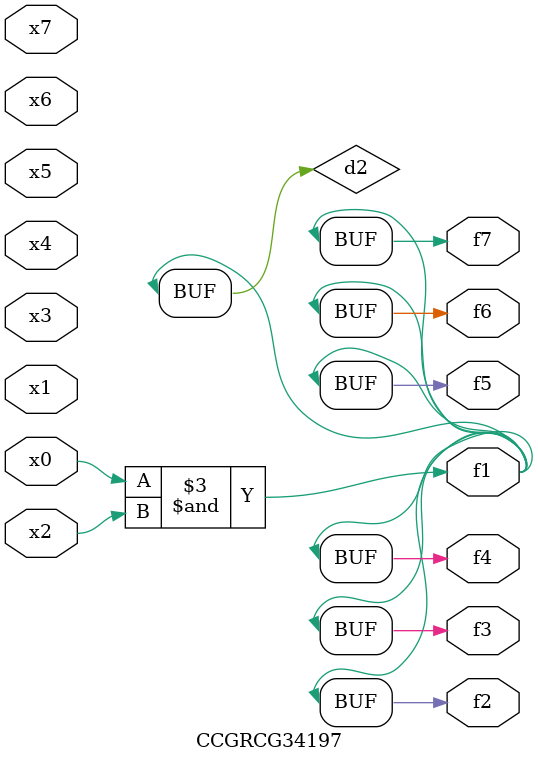
<source format=v>
module CCGRCG34197(
	input x0, x1, x2, x3, x4, x5, x6, x7,
	output f1, f2, f3, f4, f5, f6, f7
);

	wire d1, d2;

	nor (d1, x3, x6);
	and (d2, x0, x2);
	assign f1 = d2;
	assign f2 = d2;
	assign f3 = d2;
	assign f4 = d2;
	assign f5 = d2;
	assign f6 = d2;
	assign f7 = d2;
endmodule

</source>
